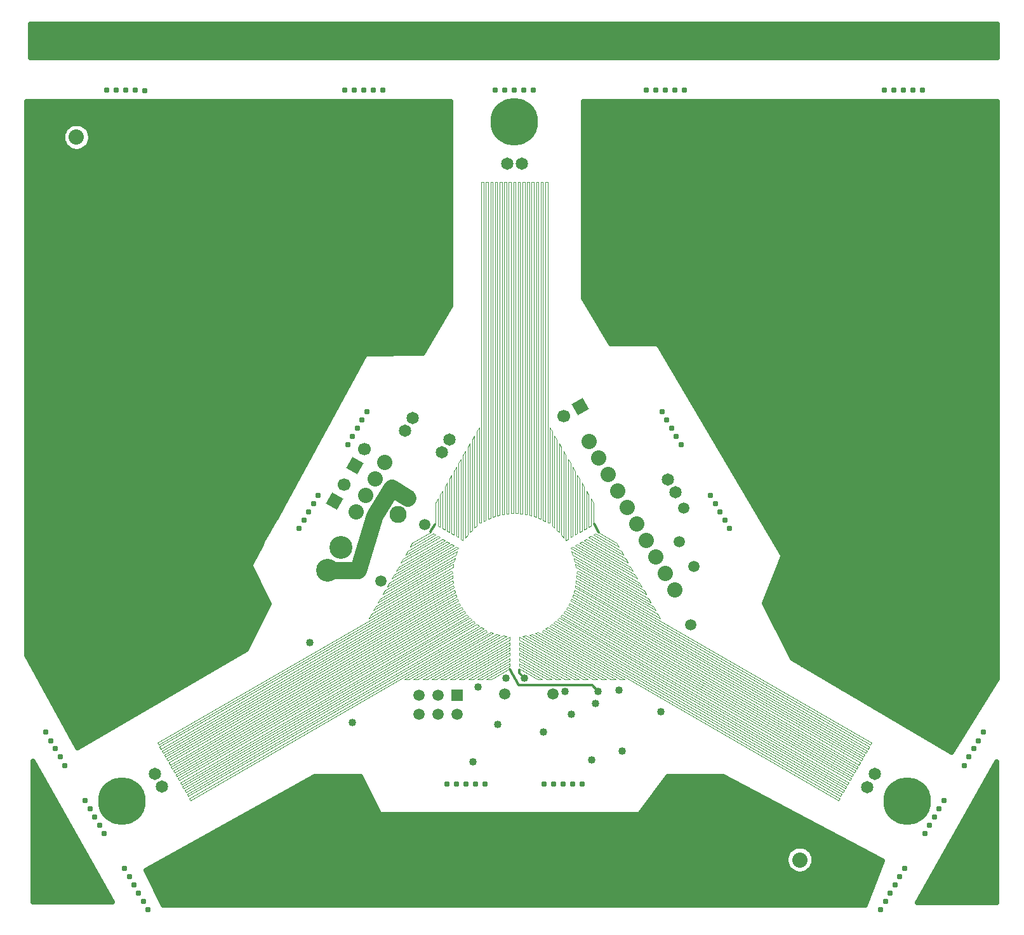
<source format=gbr>
G04 DipTrace 3.0.0.2*
G04 Inner2.gbr*
%MOIN*%
G04 #@! TF.FileFunction,Copper,L3,Inr*
G04 #@! TF.Part,Single*
%AMOUTLINE6*5,1,4,0,0,0.094653,-164.999604*%
%AMOUTLINE9*5,1,4,0,0,0.094653,-195.000396*%
G04 #@! TA.AperFunction,Conductor*
%ADD13C,0.012992*%
G04 #@! TA.AperFunction,ComponentPad*
%ADD16C,0.09*%
G04 #@! TA.AperFunction,CopperBalancing*
%ADD19C,0.025*%
G04 #@! TA.AperFunction,Nonconductor*
%ADD20C,0.004*%
G04 #@! TA.AperFunction,ComponentPad*
%ADD23C,0.12*%
%ADD24C,0.065*%
%ADD31C,0.066929*%
%ADD32R,0.059055X0.059055*%
%ADD33C,0.059055*%
%ADD38C,0.08*%
%ADD39C,0.25*%
%ADD40C,0.031*%
G04 #@! TA.AperFunction,ViaPad*
%ADD41C,0.04*%
%ADD43C,0.059*%
G04 #@! TA.AperFunction,ComponentPad*
%ADD104OUTLINE6*%
%ADD107OUTLINE9*%
%FSLAX26Y26*%
G04*
G70*
G90*
G75*
G01*
G04 Inner2*
%LPD*%
X3442699Y3400518D2*
D13*
X3410961Y3432257D1*
X3024756D1*
X2980664Y3514064D1*
X2466256Y4386479D2*
Y4390566D1*
X2442699Y4414122D1*
D16*
X2360699Y4467518D1*
X2269699Y4323518D1*
X2181396Y4035915D1*
X2022400Y4035924D1*
X2584832Y4276377D2*
D13*
X2563058Y4239361D1*
X3421459Y4278155D2*
X3447043Y4236783D1*
X3057411Y3467768D2*
X3028268Y3496911D1*
Y3512311D1*
D41*
X3154699Y3186518D3*
X3428655Y3336589D3*
X2916199Y3224018D3*
X2784972Y3030371D3*
X2153789Y3236600D3*
X3567699Y3084518D3*
X3553642Y3405332D3*
X3301169Y3280345D3*
X3442699Y3400518D3*
D43*
X3204505Y3385713D3*
X2952143Y3384962D3*
X2531699Y4276518D3*
D41*
X1928812Y3655306D3*
X3409699Y3040518D3*
D43*
X3927699Y3750518D3*
X2303699Y3980269D3*
X3891199Y4361518D3*
X3869949Y4186768D3*
X3944950Y4055518D3*
D41*
X3269699Y3400518D3*
X2960474Y3467768D3*
X3057411D3*
X3771699Y3291518D3*
X2813299Y3421727D3*
X3366738Y6475022D2*
D19*
X5536762D1*
X3366738Y6450154D2*
X5536762D1*
X3366738Y6425285D2*
X5536762D1*
X3366738Y6400416D2*
X5536762D1*
X3366738Y6375547D2*
X5536762D1*
X3366738Y6350678D2*
X5536762D1*
X3366738Y6325810D2*
X5536762D1*
X3366738Y6300941D2*
X5536762D1*
X3366738Y6276072D2*
X5536762D1*
X3366738Y6251203D2*
X5536762D1*
X3366738Y6226335D2*
X5536762D1*
X3366738Y6201466D2*
X5536762D1*
X3366738Y6176597D2*
X5536762D1*
X3366738Y6151728D2*
X5536762D1*
X3366738Y6126860D2*
X5536762D1*
X3366738Y6101991D2*
X5536762D1*
X3366738Y6077122D2*
X5536762D1*
X3366738Y6052253D2*
X5536762D1*
X3366738Y6027385D2*
X5536762D1*
X3366738Y6002516D2*
X5536762D1*
X3366738Y5977647D2*
X5536762D1*
X3366738Y5952778D2*
X5536762D1*
X3366738Y5927909D2*
X5536762D1*
X3366738Y5903041D2*
X5536762D1*
X3366738Y5878172D2*
X5536762D1*
X3366738Y5853303D2*
X5536762D1*
X3366738Y5828434D2*
X5536762D1*
X3366738Y5803566D2*
X5536762D1*
X3366738Y5778697D2*
X5536762D1*
X3366738Y5753828D2*
X5536762D1*
X3366738Y5728959D2*
X5536762D1*
X3366738Y5704091D2*
X5536762D1*
X3366738Y5679222D2*
X5536762D1*
X3366738Y5654353D2*
X5536762D1*
X3366738Y5629484D2*
X5536762D1*
X3366738Y5604615D2*
X5536762D1*
X3366738Y5579747D2*
X5536762D1*
X3366738Y5554878D2*
X5536762D1*
X3366738Y5530009D2*
X5536762D1*
X3366738Y5505140D2*
X5536762D1*
X3366738Y5480272D2*
X5536762D1*
X3373012Y5455403D2*
X5536762D1*
X3387953Y5430534D2*
X5536762D1*
X3402846Y5405665D2*
X5536762D1*
X3417787Y5380797D2*
X5536762D1*
X3432680Y5355928D2*
X5536762D1*
X3447621Y5331059D2*
X5536762D1*
X3462514Y5306190D2*
X5536762D1*
X3477455Y5281322D2*
X5536762D1*
X3492396Y5256453D2*
X5536762D1*
X3507289Y5231584D2*
X5536762D1*
X3772133Y5206715D2*
X5536762D1*
X3786781Y5181846D2*
X5536762D1*
X3801479Y5156978D2*
X5536762D1*
X3816176Y5132109D2*
X5536762D1*
X3830873Y5107240D2*
X5536762D1*
X3845571Y5082371D2*
X5536762D1*
X3860268Y5057503D2*
X5536762D1*
X3874965Y5032634D2*
X5536762D1*
X3889663Y5007765D2*
X5536762D1*
X3904360Y4982896D2*
X5536762D1*
X3919056Y4958028D2*
X5536762D1*
X3933755Y4933159D2*
X5536762D1*
X3948451Y4908290D2*
X5536762D1*
X3963148Y4883421D2*
X5536762D1*
X3977846Y4858552D2*
X5536762D1*
X3992543Y4833684D2*
X5536762D1*
X4007240Y4808815D2*
X5536762D1*
X4021938Y4783946D2*
X5536762D1*
X4036635Y4759077D2*
X5536762D1*
X4051332Y4734209D2*
X5536762D1*
X4066029Y4709340D2*
X5536762D1*
X4080727Y4684471D2*
X5536762D1*
X4095424Y4659602D2*
X5536762D1*
X4110121Y4634734D2*
X5536762D1*
X4124819Y4609865D2*
X5536762D1*
X4139467Y4584996D2*
X5536762D1*
X4154164Y4560127D2*
X5536762D1*
X4168862Y4535259D2*
X5536762D1*
X4183559Y4510390D2*
X5536762D1*
X4198256Y4485521D2*
X5536762D1*
X4212953Y4460652D2*
X5536762D1*
X4227651Y4435783D2*
X5536762D1*
X4242348Y4410915D2*
X5536762D1*
X4257045Y4386046D2*
X5536762D1*
X4271743Y4361177D2*
X5536762D1*
X4286440Y4336308D2*
X5536762D1*
X4301136Y4311440D2*
X5536762D1*
X4315835Y4286571D2*
X5536762D1*
X4330531Y4261702D2*
X5536762D1*
X4345228Y4236833D2*
X5536762D1*
X4359927Y4211965D2*
X5536762D1*
X4374623Y4187096D2*
X5536762D1*
X4389320Y4162227D2*
X5536762D1*
X4404018Y4137358D2*
X5536762D1*
X4417739Y4112490D2*
X5536762D1*
X4407778Y4087621D2*
X5536762D1*
X4397865Y4062752D2*
X5536762D1*
X4387904Y4037883D2*
X5536762D1*
X4377944Y4013014D2*
X5536762D1*
X4367983Y3988146D2*
X5536762D1*
X4358071Y3963277D2*
X5536762D1*
X4348110Y3938408D2*
X5536762D1*
X4338148Y3913539D2*
X5536762D1*
X4328236Y3888671D2*
X5536762D1*
X4318276Y3863802D2*
X5536762D1*
X4329946Y3838933D2*
X5536762D1*
X4342396Y3814064D2*
X5536762D1*
X4354799Y3789196D2*
X5536762D1*
X4367251Y3764327D2*
X5536762D1*
X4379701Y3739458D2*
X5536762D1*
X4392104Y3714589D2*
X5536762D1*
X4404555Y3689720D2*
X5536762D1*
X4417007Y3664852D2*
X5536762D1*
X4429408Y3639983D2*
X5536762D1*
X4441860Y3615114D2*
X5536762D1*
X4454262Y3590245D2*
X5536762D1*
X4473793Y3565377D2*
X5536762D1*
X4516079Y3540508D2*
X5536762D1*
X4558364Y3515639D2*
X5536762D1*
X4600648Y3490770D2*
X5536762D1*
X4642934Y3465902D2*
X5536713D1*
X4685219Y3441033D2*
X5521136D1*
X4727455Y3416164D2*
X5505610D1*
X4769740Y3391295D2*
X5490083D1*
X4812026Y3366427D2*
X5474507D1*
X4854311Y3341558D2*
X5458979D1*
X4896596Y3316689D2*
X5443451D1*
X4938881Y3291820D2*
X5427875D1*
X4981117Y3266951D2*
X5412348D1*
X5023403Y3242083D2*
X5396820D1*
X5065688Y3217214D2*
X5381244D1*
X5107972Y3192345D2*
X5365717D1*
X5150259Y3167476D2*
X5350190D1*
X5192543Y3142608D2*
X5334613D1*
X5234780Y3117739D2*
X5319087D1*
X5277064Y3092870D2*
X5303559D1*
X5526738Y6499891D2*
X3364238D1*
Y5465858D1*
X3508841Y5224848D1*
X3753693Y5224738D1*
X3757412Y5223529D1*
X3760576Y5221230D1*
X3762499Y5218751D1*
X4413361Y4116988D1*
X4414213Y4113172D1*
X4413844Y4109278D1*
X4394774Y4061325D1*
X4315412Y3862920D1*
X4461262Y3571291D1*
X5297577Y3079340D1*
X5539252Y3466000D1*
X5539238Y6499891D1*
X5526738D1*
X445554Y6472996D2*
X2665579D1*
X445554Y6448127D2*
X2665579D1*
X445554Y6423259D2*
X2665579D1*
X445554Y6398390D2*
X2665579D1*
X445554Y6373521D2*
X665480D1*
X745627D2*
X2665579D1*
X445554Y6348652D2*
X640335D1*
X770773D2*
X2665579D1*
X445554Y6323783D2*
X630812D1*
X780295D2*
X2665579D1*
X445554Y6298915D2*
X630471D1*
X780636D2*
X2665579D1*
X445554Y6274046D2*
X639163D1*
X771945D2*
X2665579D1*
X445554Y6249177D2*
X662356D1*
X748752D2*
X2665579D1*
X445554Y6224308D2*
X2665579D1*
X445554Y6199440D2*
X2665579D1*
X445554Y6174571D2*
X2665579D1*
X445554Y6149702D2*
X2665579D1*
X445554Y6124833D2*
X2665579D1*
X445554Y6099965D2*
X2665579D1*
X445554Y6075096D2*
X2665579D1*
X445554Y6050227D2*
X2665579D1*
X445554Y6025358D2*
X2665579D1*
X445554Y6000490D2*
X2665579D1*
X445554Y5975621D2*
X2665579D1*
X445554Y5950752D2*
X2665579D1*
X445554Y5925883D2*
X2665579D1*
X445554Y5901014D2*
X2665579D1*
X445554Y5876146D2*
X2665579D1*
X445554Y5851277D2*
X2665579D1*
X445554Y5826408D2*
X2665579D1*
X445554Y5801539D2*
X2665579D1*
X445554Y5776671D2*
X2665579D1*
X445554Y5751802D2*
X2665579D1*
X445554Y5726933D2*
X2665579D1*
X445554Y5702064D2*
X2665579D1*
X445554Y5677196D2*
X2665579D1*
X445554Y5652327D2*
X2665579D1*
X445554Y5627458D2*
X2665579D1*
X445554Y5602589D2*
X2665579D1*
X445554Y5577720D2*
X2665579D1*
X445554Y5552852D2*
X2665579D1*
X445554Y5527983D2*
X2665579D1*
X445554Y5503114D2*
X2665579D1*
X445554Y5478245D2*
X2665579D1*
X445554Y5453377D2*
X2665579D1*
X445554Y5428508D2*
X2665579D1*
X445554Y5403639D2*
X2653079D1*
X445554Y5378770D2*
X2638723D1*
X445554Y5353902D2*
X2624367D1*
X445554Y5329033D2*
X2610012D1*
X445554Y5304164D2*
X2595656D1*
X445554Y5279295D2*
X2581301D1*
X445554Y5254427D2*
X2566945D1*
X445554Y5229558D2*
X2552591D1*
X445554Y5204689D2*
X2538235D1*
X445554Y5179820D2*
X2523879D1*
X445554Y5154951D2*
X2210843D1*
X445554Y5130083D2*
X2197316D1*
X445554Y5105214D2*
X2183743D1*
X445554Y5080345D2*
X2170168D1*
X445554Y5055476D2*
X2156594D1*
X445554Y5030608D2*
X2143020D1*
X445554Y5005739D2*
X2129495D1*
X445554Y4980870D2*
X2115920D1*
X445554Y4956001D2*
X2102345D1*
X445554Y4931133D2*
X2088772D1*
X445554Y4906264D2*
X2075197D1*
X445554Y4881395D2*
X2061672D1*
X445554Y4856526D2*
X2048097D1*
X445554Y4831657D2*
X2034524D1*
X445554Y4806789D2*
X2020949D1*
X445554Y4781920D2*
X2007375D1*
X445554Y4757051D2*
X1993849D1*
X445554Y4732182D2*
X1980276D1*
X445554Y4707314D2*
X1966701D1*
X445554Y4682445D2*
X1953127D1*
X445554Y4657576D2*
X1939552D1*
X445554Y4632707D2*
X1925979D1*
X445554Y4607839D2*
X1912453D1*
X445554Y4582970D2*
X1898879D1*
X445554Y4558101D2*
X1885304D1*
X445554Y4533232D2*
X1871731D1*
X445554Y4508364D2*
X1858156D1*
X445554Y4483495D2*
X1844631D1*
X445554Y4458626D2*
X1831056D1*
X445554Y4433757D2*
X1817483D1*
X445554Y4408888D2*
X1803908D1*
X445554Y4384020D2*
X1790335D1*
X445554Y4359151D2*
X1776808D1*
X445554Y4334282D2*
X1763235D1*
X445554Y4309413D2*
X1749367D1*
X445554Y4284545D2*
X1734231D1*
X445554Y4259676D2*
X1719875D1*
X445554Y4234807D2*
X1705520D1*
X445554Y4209938D2*
X1691164D1*
X445554Y4185070D2*
X1678664D1*
X445554Y4160201D2*
X1668264D1*
X445554Y4135332D2*
X1654689D1*
X445554Y4110463D2*
X1641164D1*
X445554Y4085594D2*
X1627591D1*
X445554Y4060726D2*
X1614016D1*
X445554Y4035857D2*
X1626320D1*
X445554Y4010988D2*
X1638772D1*
X445554Y3986119D2*
X1651223D1*
X445554Y3961251D2*
X1663625D1*
X445554Y3936382D2*
X1676076D1*
X445554Y3911513D2*
X1688528D1*
X445554Y3886644D2*
X1700929D1*
X445554Y3861776D2*
X1713381D1*
X445554Y3836907D2*
X1702345D1*
X445554Y3812038D2*
X1689895D1*
X445554Y3787169D2*
X1677492D1*
X445554Y3762301D2*
X1665041D1*
X445554Y3737432D2*
X1652591D1*
X445554Y3712563D2*
X1640188D1*
X445554Y3687694D2*
X1627736D1*
X445554Y3662825D2*
X1615285D1*
X445554Y3637957D2*
X1602883D1*
X445554Y3613088D2*
X1582912D1*
X445773Y3588219D2*
X1540285D1*
X459445Y3563350D2*
X1497659D1*
X473117Y3538482D2*
X1455031D1*
X486789Y3513613D2*
X1412404D1*
X500461Y3488744D2*
X1369777D1*
X514133Y3463875D2*
X1327101D1*
X527804Y3439007D2*
X1284475D1*
X541476Y3414138D2*
X1241848D1*
X555148Y3389269D2*
X1199220D1*
X568869Y3364400D2*
X1156594D1*
X582541Y3339531D2*
X1113967D1*
X596213Y3314663D2*
X1071340D1*
X609885Y3289794D2*
X1028713D1*
X623556Y3264925D2*
X986087D1*
X637228Y3240056D2*
X943411D1*
X650900Y3215188D2*
X900783D1*
X664572Y3190319D2*
X858156D1*
X678293Y3165450D2*
X815529D1*
X691965Y3140581D2*
X772903D1*
X705636Y3115713D2*
X730276D1*
X778827Y6304598D2*
X777024Y6293206D1*
X773459Y6282238D1*
X768223Y6271961D1*
X761444Y6262630D1*
X753289Y6254475D1*
X743958Y6247696D1*
X733681Y6242459D1*
X722713Y6238895D1*
X711320Y6237092D1*
X699787D1*
X688395Y6238895D1*
X677427Y6242459D1*
X667150Y6247696D1*
X657819Y6254475D1*
X649664Y6262630D1*
X642885Y6271961D1*
X637648Y6282238D1*
X634084Y6293206D1*
X632281Y6304598D1*
Y6316131D1*
X634084Y6327524D1*
X637648Y6338492D1*
X642885Y6348769D1*
X649664Y6358100D1*
X657819Y6366255D1*
X667150Y6373034D1*
X677427Y6378270D1*
X688395Y6381835D1*
X699787Y6383638D1*
X711320D1*
X722713Y6381835D1*
X733681Y6378270D1*
X743958Y6373034D1*
X753289Y6366255D1*
X761444Y6358100D1*
X768223Y6348769D1*
X773459Y6338492D1*
X777024Y6327524D1*
X778827Y6316131D1*
Y6304598D1*
X1699654Y4220365D2*
X1747261Y4302643D1*
X1752163Y4309811D1*
X1787178Y4373614D1*
X2220651Y5167993D1*
X2223493Y5170680D1*
X2227026Y5172357D1*
X2231024Y5172852D1*
X2363513Y5172865D1*
X2377185Y5174510D1*
X2397438Y5175354D1*
X2523816D1*
X2668052Y5425241D1*
X2668054Y6497865D1*
X443054D1*
Y3588538D1*
X710350Y3102581D1*
X1596070Y3619303D1*
X1716593Y3860394D1*
X1618636Y4056592D1*
X1618054Y4060459D1*
X1618696Y4064318D1*
X1625566Y4077324D1*
X1673147Y4164556D1*
X1675392Y4171203D1*
X1684008Y4191579D1*
X1693404Y4209539D1*
X1699654Y4220365D1*
X1913745Y2926358D2*
X2204986D1*
X3792896D2*
X4144147D1*
X1868971Y2901490D2*
X2217437D1*
X3774244D2*
X4191119D1*
X1824244Y2876621D2*
X2229840D1*
X3755592D2*
X4238092D1*
X1779469Y2851752D2*
X2242291D1*
X3736940D2*
X4285064D1*
X1734693Y2826883D2*
X2254741D1*
X3718287D2*
X4332037D1*
X1689917Y2802014D2*
X2267144D1*
X3699635D2*
X4379009D1*
X1645192Y2777146D2*
X2279596D1*
X3680983D2*
X4425983D1*
X1600416Y2752277D2*
X2292047D1*
X3662329D2*
X4472955D1*
X1555640Y2727408D2*
X4519928D1*
X1510865Y2702539D2*
X4566900D1*
X1466089Y2677671D2*
X4613873D1*
X1421364Y2652802D2*
X4660845D1*
X1376588Y2627933D2*
X4707818D1*
X1331812Y2603064D2*
X4754791D1*
X1287037Y2578196D2*
X4464996D1*
X4540552D2*
X4801764D1*
X1242311Y2553327D2*
X4438336D1*
X4567213D2*
X4848736D1*
X1197535Y2528458D2*
X4428277D1*
X4577272D2*
X4895757D1*
X1152760Y2503589D2*
X4427496D1*
X4578052D2*
X4932769D1*
X1107984Y2478720D2*
X4435650D1*
X4569899D2*
X4922808D1*
X1074196Y2453852D2*
X4457623D1*
X4547925D2*
X4912848D1*
X1086597Y2428983D2*
X4902936D1*
X1099049Y2404114D2*
X4892975D1*
X1111500Y2379245D2*
X4883013D1*
X1123902Y2354377D2*
X4873052D1*
X1136353Y2329508D2*
X4863140D1*
X1148804Y2304639D2*
X4853180D1*
X1161207Y2279770D2*
X4843219D1*
X4576047Y2507961D2*
X4574244Y2496568D1*
X4570680Y2485600D1*
X4565444Y2475323D1*
X4558664Y2465992D1*
X4550509Y2457837D1*
X4541178Y2451058D1*
X4530902Y2445822D1*
X4519933Y2442257D1*
X4508541Y2440454D1*
X4497008D1*
X4485615Y2442257D1*
X4474647Y2445822D1*
X4464370Y2451058D1*
X4455039Y2457837D1*
X4446885Y2465992D1*
X4440105Y2475323D1*
X4434869Y2485600D1*
X4431304Y2496568D1*
X4429501Y2507961D1*
Y2519493D1*
X4431304Y2530886D1*
X4434869Y2541854D1*
X4440105Y2552131D1*
X4446885Y2561462D1*
X4455039Y2569617D1*
X4464370Y2576396D1*
X4474647Y2581633D1*
X4485615Y2585197D1*
X4497008Y2587000D1*
X4508541D1*
X4519933Y2585197D1*
X4530902Y2581633D1*
X4541178Y2576396D1*
X4550509Y2569617D1*
X4558664Y2561462D1*
X4565444Y2552131D1*
X4570680Y2541854D1*
X4574244Y2530886D1*
X4576047Y2519493D1*
Y2507961D1*
X1069304Y2458617D2*
X1160521Y2276186D1*
X4844327Y2276227D1*
X4937008Y2507969D1*
X4099648Y2951239D1*
X3808975Y2951227D1*
X3661478Y2754755D1*
X3658280Y2752504D1*
X3654542Y2751353D1*
X3615274Y2751227D1*
X2300819Y2751381D1*
X2297100Y2752589D1*
X2293936Y2754888D1*
X2291469Y2758417D1*
X2195028Y2951268D1*
X1955948Y2951227D1*
X1069278Y2458597D1*
X477618Y2992302D2*
X494761D1*
X477618Y2967433D2*
X508776D1*
X477618Y2942564D2*
X522740D1*
X477618Y2917696D2*
X536753D1*
X477618Y2892827D2*
X550719D1*
X477618Y2867958D2*
X564732D1*
X477618Y2843089D2*
X578697D1*
X477618Y2818220D2*
X592711D1*
X477618Y2793352D2*
X606676D1*
X477618Y2768483D2*
X620689D1*
X477618Y2743614D2*
X634655D1*
X477618Y2718745D2*
X648668D1*
X477618Y2693877D2*
X662633D1*
X477618Y2669008D2*
X676647D1*
X477618Y2644139D2*
X690612D1*
X477618Y2619270D2*
X704625D1*
X477618Y2594402D2*
X718589D1*
X477618Y2569533D2*
X732604D1*
X477618Y2544664D2*
X746568D1*
X477618Y2519795D2*
X760581D1*
X477618Y2494927D2*
X774547D1*
X477618Y2470058D2*
X788512D1*
X477618Y2445189D2*
X802525D1*
X477618Y2420320D2*
X816491D1*
X477618Y2395451D2*
X830504D1*
X477618Y2370583D2*
X844469D1*
X477618Y2345714D2*
X858483D1*
X477618Y2320845D2*
X872448D1*
X477618Y2295976D2*
X886461D1*
X475118Y3031703D2*
Y2291908D1*
X891281D1*
X475114Y3031696D1*
X5515497Y2988528D2*
X5532665D1*
X5501483Y2963659D2*
X5532665D1*
X5487518Y2938790D2*
X5532665D1*
X5473505Y2913921D2*
X5532665D1*
X5459539Y2889052D2*
X5532665D1*
X5445526Y2864184D2*
X5532665D1*
X5431562Y2839315D2*
X5532665D1*
X5417547Y2814446D2*
X5532665D1*
X5403583Y2789577D2*
X5532665D1*
X5389570Y2764709D2*
X5532665D1*
X5375604Y2739840D2*
X5532665D1*
X5361591Y2714971D2*
X5532665D1*
X5347626Y2690102D2*
X5532665D1*
X5333612Y2665234D2*
X5532665D1*
X5319647Y2640365D2*
X5532665D1*
X5305634Y2615496D2*
X5532665D1*
X5291669Y2590627D2*
X5532665D1*
X5277655Y2565759D2*
X5532665D1*
X5263690Y2540890D2*
X5532665D1*
X5249677Y2516021D2*
X5532665D1*
X5235711Y2491152D2*
X5532665D1*
X5221747Y2466283D2*
X5532665D1*
X5207734Y2441415D2*
X5532665D1*
X5193768Y2416546D2*
X5532665D1*
X5179755Y2391677D2*
X5532665D1*
X5165790Y2366808D2*
X5532665D1*
X5151776Y2341940D2*
X5532665D1*
X5137811Y2317071D2*
X5532665D1*
X5123798Y2292202D2*
X5532665D1*
X5535140Y2300634D2*
Y3027929D1*
X5119000Y2288109D1*
X5535140Y2288134D1*
Y2300634D1*
X465344Y6879572D2*
X5535369D1*
X465344Y6854703D2*
X5535369D1*
X465344Y6829835D2*
X5535369D1*
X465344Y6804966D2*
X5535369D1*
X465344Y6780097D2*
X5535369D1*
X465344Y6755228D2*
X5535369D1*
X465344Y6730360D2*
X5535369D1*
X462844Y6891941D2*
Y6729441D1*
X5537844D1*
Y6904441D1*
X462844D1*
Y6891941D1*
D24*
X3808699Y4513518D3*
X3848070Y4445327D3*
D104*
X2166287Y4586458D3*
D31*
X2216287Y4673060D3*
D104*
X2059950Y4399018D3*
D31*
X2109950Y4485621D3*
D107*
X3347698Y4896517D3*
D31*
X3261096Y4846517D3*
D16*
X2392699Y4327518D3*
X2442699Y4414121D3*
D32*
X2703699Y3380269D3*
D33*
Y3280269D3*
X2603699Y3380269D3*
Y3280269D3*
X2503699Y3380269D3*
Y3280269D3*
D23*
X2091301Y4155262D3*
X2022400Y4035924D3*
D24*
X2468059Y4835769D3*
X2428689Y4767577D3*
X2661808Y4723269D3*
X2622438Y4655077D3*
X2964778Y6171303D3*
X3043518D3*
X1153764Y2897728D3*
X1114394Y2965920D3*
X4894631Y2965371D3*
X4855261Y2897180D3*
D38*
X3394699Y4712518D3*
X3444699Y4625916D3*
X3494699Y4539314D3*
X3544699Y4452711D3*
X3594699Y4366109D3*
X3644699Y4279507D3*
X3694699Y4192904D3*
X3744699Y4106302D3*
X3794699Y4019698D3*
X3844699Y3933096D3*
X2171199Y4343518D3*
X2221416Y4429995D3*
X2271416Y4516598D3*
X2321416Y4603201D3*
D39*
X3003699Y6392518D3*
X5065699Y2821518D3*
X942699D3*
D38*
X703699Y6311518D3*
X4503699Y2511518D3*
D40*
X862699Y6557518D3*
X913199Y6558018D3*
X963199D3*
X1012699D3*
X1063199Y6557018D3*
X2112699Y6557518D3*
X2163699D3*
X2213199D3*
X2263199Y6558018D3*
X2312699D3*
X2903699D3*
X2953699D3*
X3003699D3*
X3053699D3*
X3103699D3*
X3694199Y6557518D3*
X3744199Y6558018D3*
X3795199D3*
X3844699D3*
X3895199Y6557518D3*
X4944699D3*
X4994699D3*
X5044699D3*
X5094699Y6558518D3*
X5145699Y6557518D3*
X5464699Y3184018D3*
X5439699Y3140518D3*
X5364699Y3010518D3*
X5389699Y3054018D3*
X5414699Y3097518D3*
X5258199Y2826518D3*
X5233199Y2783018D3*
X5158199Y2653018D3*
X5183199Y2696518D3*
X5208199Y2740018D3*
X5026199Y2425018D3*
X5001199Y2381518D3*
X4926199Y2251518D3*
X4951199Y2295018D3*
X4976199Y2338518D3*
X5051199Y2469518D3*
X1080699Y2251518D3*
X1055699Y2295018D3*
X1030699Y2338518D3*
X955699Y2469018D3*
X981199Y2425018D3*
X1005699Y2381518D3*
X849199Y2653018D3*
X824199Y2696518D3*
X799199Y2740018D3*
X749199Y2826018D3*
X774199Y2783018D3*
X642699Y3010518D3*
X617699Y3054018D3*
X592699Y3097518D3*
X543199Y3184018D3*
X567699Y3140518D3*
X3158699Y2912518D3*
X3208699D3*
X3258699D3*
X3308699D3*
X3358699D3*
X2648699Y2912018D3*
X2698699Y2912518D3*
X2748699D3*
X2798699D3*
X2848699D3*
X3778699Y4870018D3*
X3803699Y4826518D3*
X3828699Y4783518D3*
X3853699Y4740018D3*
X3879199Y4696518D3*
X4033699Y4428018D3*
X4058699Y4385018D3*
X4083699Y4341518D3*
X4108699Y4298018D3*
X4133699Y4254518D3*
X2228699Y4870018D3*
X2203199Y4826518D3*
X2178699Y4783518D3*
X2153699Y4740018D3*
X2128699Y4696518D3*
X1973699Y4428018D3*
X1948699Y4384518D3*
X1923699Y4341518D3*
X1898699Y4298518D3*
X1873699Y4255018D3*
X3009699Y4334710D2*
D20*
Y6074822D1*
X3021699Y4334266D2*
Y6074822D1*
X3033699Y4333377D2*
Y6074822D1*
X3045699Y4332039D2*
Y6074822D1*
X3057699Y4330245D2*
Y6074822D1*
X3069699Y4327990D2*
Y6074822D1*
X3081699Y4325261D2*
Y6074822D1*
X3093699Y4322047D2*
Y6074822D1*
X3105699Y4318335D2*
Y6074822D1*
X3117699Y4314102D2*
Y6074822D1*
X3129699Y4309331D2*
Y6074822D1*
X3141699Y4303992D2*
Y6074822D1*
X3153699Y4298055D2*
Y6074822D1*
X3165699Y4291482D2*
Y6074822D1*
X2997699Y4334710D2*
Y6074822D1*
X2985699Y4334266D2*
Y6074822D1*
X2973699Y4333377D2*
Y6074822D1*
X2961699Y4332039D2*
Y6074822D1*
X2949699Y4330245D2*
Y6074822D1*
X2937699Y4327990D2*
Y6074822D1*
X2925699Y4325261D2*
Y6074822D1*
X2913699Y4322047D2*
Y6074822D1*
X2901699Y4318335D2*
Y6074822D1*
X2889699Y4314102D2*
Y6074822D1*
X2877699Y4309331D2*
Y6074822D1*
X2865699Y4303992D2*
Y6074822D1*
X2853699Y4298055D2*
Y6074822D1*
X2841699Y4291482D2*
Y6074822D1*
X2829699Y4284227D2*
Y6074822D1*
X2841699D1*
X2853699D2*
X2865699D1*
X2877699D2*
X2889699D1*
X2901699D2*
X2913699D1*
X2925699D2*
X2937699D1*
X2949699D2*
X2961699D1*
X2973699D2*
X2985699D1*
X2997699D2*
X3009699D1*
X3021699D2*
X3033699D1*
X3045699D2*
X3057699D1*
X3069699D2*
X3081699D1*
X3093699D2*
X3105699D1*
X3117699D2*
X3129699D1*
X3141699D2*
X3153699D1*
X3165699D2*
X3177699D1*
X3165699Y4291482D2*
X3153699Y4298055D1*
X3141699Y4303992D2*
X3129699Y4309331D1*
X3117699Y4314102D2*
X3105699Y4318335D1*
X3093699Y4322047D2*
X3081699Y4325261D1*
X3069699Y4327990D2*
X3057699Y4330245D1*
X3045699Y4332039D2*
X3033699Y4333377D1*
X3021699Y4334266D2*
X3009699Y4334710D1*
X2997699D2*
X2985699Y4334266D1*
X2973699Y4333377D2*
X2961699Y4332039D1*
X2949699Y4330245D2*
X2937699Y4327990D1*
X2841699Y4291482D2*
X2853699Y4298055D1*
X2865699Y4303992D2*
X2877699Y4309331D1*
X2889699Y4314102D2*
X2901699Y4318335D1*
X2913699Y4322047D2*
X2925699Y4325261D1*
X2817699Y4284227D2*
Y4785383D1*
X2805699Y4267437D2*
Y4764598D1*
X2793699Y4257747D2*
Y4743814D1*
X2781699Y4247055D2*
Y4723029D1*
X2769699Y4235220D2*
Y4702244D1*
X2757699Y4222050D2*
Y4681461D1*
X2745699Y4207277D2*
Y4660676D1*
X2733699Y4193560D2*
Y4639891D1*
X2721699Y4200488D2*
Y4619106D1*
X2709699Y4207417D2*
Y4598322D1*
X2697699Y4214345D2*
Y4577537D1*
X2685699Y4221273D2*
Y4556752D1*
X2673699Y4228202D2*
Y4535967D1*
X2661699Y4235130D2*
Y4515184D1*
X2649699Y4242058D2*
Y4494399D1*
X2637699Y4248986D2*
Y4473614D1*
X2625699Y4255915D2*
Y4452829D1*
X2613699Y4262843D2*
Y4432045D1*
X2601699Y4269770D2*
Y4411260D1*
X2589699Y4276699D2*
Y4390475D1*
X2829699Y4284227D2*
X2817699D1*
Y4785383D2*
X2805699Y4764598D1*
X2793699Y4743814D2*
X2781699Y4723029D1*
X2769699Y4702244D2*
X2757699Y4681461D1*
X2745699Y4660676D2*
X2733699Y4639891D1*
X2721699Y4619106D2*
X2709699Y4598322D1*
X2697699Y4577537D2*
X2685699Y4556752D1*
X2673699Y4535967D2*
X2661699Y4515184D1*
X2649699Y4494399D2*
X2637699Y4473614D1*
X2625699Y4452829D2*
X2613699Y4432045D1*
X2601699Y4411260D2*
X2589699Y4390475D1*
X2733699Y4193560D2*
X2721699Y4200488D1*
X2709699Y4207417D2*
X2697699Y4214345D1*
X2685699Y4221273D2*
X2673699Y4228202D1*
X2661699Y4235130D2*
X2649699Y4242058D1*
X2637699Y4248986D2*
X2625699Y4255915D1*
X2613699Y4262843D2*
X2601699Y4269770D1*
X3177699Y4284227D2*
Y6074822D1*
X3189699Y4284227D2*
Y4785383D1*
X3201699Y4267437D2*
Y4764598D1*
X3213699Y4257747D2*
Y4743814D1*
X3225699Y4247055D2*
Y4723029D1*
X3237699Y4235220D2*
Y4702244D1*
X3249699Y4222050D2*
Y4681461D1*
X3261699Y4207277D2*
Y4660676D1*
X3273699Y4193560D2*
Y4639891D1*
X3285699Y4200488D2*
Y4619106D1*
X3297699Y4207417D2*
Y4598322D1*
X3309699Y4214345D2*
Y4577537D1*
X3321699Y4221273D2*
Y4556752D1*
X3333699Y4228202D2*
Y4535967D1*
X3345699Y4235130D2*
Y4515184D1*
X3357699Y4242058D2*
Y4494399D1*
X3369699Y4248986D2*
Y4473614D1*
X3381699Y4255915D2*
Y4452829D1*
X3393699Y4262843D2*
Y4432045D1*
X3405699Y4269770D2*
Y4411260D1*
X3417699Y4276699D2*
Y4390018D1*
X3177699Y4284227D2*
X3189699D1*
Y4785383D2*
X3201699Y4764598D1*
X3213699Y4743814D2*
X3225699Y4723029D1*
X3237699Y4702244D2*
X3249699Y4681461D1*
X3261699Y4660676D2*
X3273699Y4639891D1*
X3285699Y4619106D2*
X3297699Y4598322D1*
X3309699Y4577537D2*
X3321699Y4556752D1*
X3333699Y4535967D2*
X3345699Y4515184D1*
X3357699Y4494399D2*
X3369699Y4473614D1*
X3381699Y4452829D2*
X3393699Y4432045D1*
X3405699Y4411260D2*
X3417699Y4390475D1*
X3273699Y4193560D2*
X3285699Y4200488D1*
X3297699Y4207417D2*
X3309699Y4214345D1*
X3321699Y4221273D2*
X3333699Y4228202D1*
X3345699Y4235130D2*
X3357699Y4242058D1*
X3369699Y4248986D2*
X3381699Y4255915D1*
X3393699Y4262843D2*
X3405699Y4269770D1*
X2745699Y4207277D2*
X2757699Y4222050D1*
X2769699Y4235220D2*
X2781699Y4247055D1*
X2793699Y4257747D2*
X2805699Y4267437D1*
X3201699D2*
X3213699Y4257747D1*
X3225699Y4247055D2*
X3237699Y4235220D1*
X3249699Y4222050D2*
X3261699Y4207277D1*
X2719461Y3852786D2*
X1212480Y2982731D1*
X2713845Y3863400D2*
X1206480Y2993123D1*
X2708614Y3874238D2*
X1200480Y3003514D1*
X2703774Y3885298D2*
X1194480Y3013907D1*
X2699327Y3896588D2*
X1188480Y3024299D1*
X2695281Y3908108D2*
X1182480Y3034692D1*
X2691643Y3919865D2*
X1176480Y3045084D1*
X2688427Y3931864D2*
X1170480Y3055476D1*
X2685642Y3944113D2*
X1164480Y3065869D1*
X2683307Y3956621D2*
X1158480Y3076261D1*
X2681440Y3969399D2*
X1152480Y3086654D1*
X2680063Y3982461D2*
X1146480Y3097046D1*
X2679205Y3995822D2*
X1140480Y3107438D1*
X2678898Y4009500D2*
X1134480Y3117831D1*
X2725461Y3842394D2*
X1218480Y2972339D1*
X2731845Y3832223D2*
X1224480Y2961946D1*
X2738614Y3822276D2*
X1230480Y2951554D1*
X2745774Y3812552D2*
X1236480Y2941161D1*
X2753327Y3803056D2*
X1242480Y2930769D1*
X2761281Y3793793D2*
X1248480Y2920377D1*
X2769643Y3784764D2*
X1254480Y2909984D1*
X2778427Y3775979D2*
X1260480Y2899592D1*
X2787642Y3767444D2*
X1266480Y2889199D1*
X2797307Y3759167D2*
X1272480Y2878807D1*
X2807440Y3751160D2*
X1278480Y2868415D1*
X2818063Y3743437D2*
X1284480Y2858022D1*
X2829205Y3736013D2*
X1290480Y2847630D1*
X2840898Y3728908D2*
X1296480Y2837239D1*
X2853180Y3722143D2*
X1302480Y2826846D1*
X1296480Y2837239D1*
X1290480Y2847630D2*
X1284480Y2858022D1*
X1278480Y2868415D2*
X1272480Y2878807D1*
X1266480Y2889199D2*
X1260480Y2899592D1*
X1254480Y2909984D2*
X1248480Y2920377D1*
X1242480Y2930769D2*
X1236480Y2941161D1*
X1230480Y2951554D2*
X1224480Y2961946D1*
X1218480Y2972339D2*
X1212480Y2982731D1*
X1206480Y2993123D2*
X1200480Y3003514D1*
X1194480Y3013907D2*
X1188480Y3024299D1*
X1182480Y3034692D2*
X1176480Y3045084D1*
X1170480Y3055476D2*
X1164480Y3065869D1*
X1158480Y3076261D2*
X1152480Y3086654D1*
X1146480Y3097046D2*
X1140480Y3107438D1*
X1134480Y3117831D2*
X1128480Y3128223D1*
X2678898Y4009500D2*
X2679205Y3995822D1*
X2680063Y3982461D2*
X2681440Y3969399D1*
X2683307Y3956621D2*
X2685642Y3944113D1*
X2688427Y3931864D2*
X2691643Y3919865D1*
X2695281Y3908108D2*
X2699327Y3896588D1*
X2703774Y3885298D2*
X2708614Y3874238D1*
X2713845Y3863400D2*
X2719461Y3852786D1*
X2725461Y3842394D2*
X2731845Y3832223D1*
X2738614Y3822276D2*
X2745774Y3812552D1*
X2753327Y3803056D2*
X2761281Y3793793D1*
X2840898Y3728908D2*
X2829205Y3736013D1*
X2818063Y3743437D2*
X2807440Y3751160D1*
X2797307Y3759167D2*
X2787642Y3767444D1*
X2778427Y3775979D2*
X2769643Y3784764D1*
X2859180Y3711751D2*
X2425167Y3461172D1*
X2879720Y3709753D2*
X2449167Y3461172D1*
X2894113Y3704206D2*
X2473167Y3461172D1*
X2909371Y3699160D2*
X2497167Y3461172D1*
X2925621Y3694685D2*
X2521167Y3461172D1*
X2943028Y3690878D2*
X2545167Y3461172D1*
X2961822Y3687871D2*
X2569167Y3461172D1*
X2979699Y3684337D2*
X2593167Y3461172D1*
X2979699Y3670482D2*
X2617167Y3461172D1*
X2979699Y3656625D2*
X2641167Y3461172D1*
X2979699Y3642769D2*
X2665167Y3461172D1*
X2979699Y3628912D2*
X2689167Y3461172D1*
X2979699Y3615055D2*
X2713167Y3461172D1*
X2979699Y3601199D2*
X2737167Y3461172D1*
X2979699Y3587343D2*
X2761167Y3461172D1*
X2979699Y3573487D2*
X2785167Y3461172D1*
X2979699Y3559630D2*
X2809167Y3461172D1*
X2979699Y3545773D2*
X2833167Y3461172D1*
X2979699Y3531917D2*
X2857167Y3461172D1*
X2979699Y3518060D2*
X2881167Y3461172D1*
X2853180Y3722143D2*
X2859180Y3711751D1*
X2425167Y3461172D2*
X2449167D1*
X2473167D2*
X2497167D1*
X2521167D2*
X2545167D1*
X2569167D2*
X2593167D1*
X2617167D2*
X2641167D1*
X2665167D2*
X2689167D1*
X2713167D2*
X2737167D1*
X2761167D2*
X2785167D1*
X2809167D2*
X2833167D1*
X2857167D2*
X2881167D1*
X2979699Y3684337D2*
Y3670482D1*
Y3656625D2*
Y3642769D1*
Y3628912D2*
Y3615055D1*
Y3601199D2*
Y3587343D1*
Y3573487D2*
Y3559630D1*
Y3545773D2*
Y3531917D1*
X2679180Y4023520D2*
X1128480Y3128223D1*
X2673180Y4033912D2*
X2239167Y3783335D1*
X2681720Y4052699D2*
X2251167Y3804118D1*
X2684113Y4067937D2*
X2263167Y3824903D1*
X2687371Y4083675D2*
X2275167Y3845688D1*
X2691621Y4099984D2*
X2287167Y3866472D1*
X2697028Y4116962D2*
X2299167Y3887257D1*
X2703822Y4134741D2*
X2311167Y3908042D1*
X2709699Y4151991D2*
X2323167Y3928827D1*
X2697699Y4158920D2*
X2335167Y3949610D1*
X2685699Y4165848D2*
X2347167Y3970395D1*
X2673699Y4172776D2*
X2359167Y3991180D1*
X2661699Y4179705D2*
X2371167Y4011965D1*
X2649699Y4186633D2*
X2383167Y4032749D1*
X2637699Y4193560D2*
X2395167Y4053534D1*
X2625699Y4200488D2*
X2407167Y4074319D1*
X2613699Y4207417D2*
X2419167Y4095104D1*
X2601699Y4214345D2*
X2431167Y4115887D1*
X2589699Y4221273D2*
X2443167Y4136672D1*
X2577699Y4228202D2*
X2455167Y4157457D1*
X2565699Y4235130D2*
X2467167Y4178241D1*
X2679180Y4023520D2*
X2673180Y4033912D1*
X2239167Y3783335D2*
X2251167Y3804118D1*
X2263167Y3824903D2*
X2275167Y3845688D1*
X2287167Y3866472D2*
X2299167Y3887257D1*
X2311167Y3908042D2*
X2323167Y3928827D1*
X2335167Y3949610D2*
X2347167Y3970395D1*
X2359167Y3991180D2*
X2371167Y4011965D1*
X2383167Y4032749D2*
X2395167Y4053534D1*
X2407167Y4074319D2*
X2419167Y4095104D1*
X2431167Y4115887D2*
X2443167Y4136672D1*
X2455167Y4157457D2*
X2467167Y4178241D1*
X2709699Y4151991D2*
X2697699Y4158920D1*
X2685699Y4165848D2*
X2673699Y4172776D1*
X2661699Y4179705D2*
X2649699Y4186633D1*
X2637699Y4193560D2*
X2625699Y4200488D1*
X2613699Y4207417D2*
X2601699Y4214345D1*
X2589699Y4221273D2*
X2577699Y4228202D1*
X2961822Y3687871D2*
X2943028Y3690878D1*
X2925621Y3694685D2*
X2909371Y3699160D1*
X2894113Y3704206D2*
X2879720Y3709753D1*
X2681720Y4052699D2*
X2684113Y4067937D1*
X2687371Y4083675D2*
X2691621Y4099984D1*
X2697028Y4116962D2*
X2703822Y4134741D1*
X3281938Y3842394D2*
X4788919Y2972339D1*
X3275554Y3832223D2*
X4782919Y2961946D1*
X3268785Y3822276D2*
X4776919Y2951554D1*
X3261625Y3812552D2*
X4770919Y2941161D1*
X3254072Y3803056D2*
X4764919Y2930769D1*
X3246118Y3793793D2*
X4758919Y2920377D1*
X3237756Y3784764D2*
X4752919Y2909984D1*
X3228972Y3775979D2*
X4746919Y2899592D1*
X3219757Y3767444D2*
X4740919Y2889199D1*
X3210092Y3759167D2*
X4734919Y2878807D1*
X3199959Y3751160D2*
X4728919Y2868415D1*
X3189336Y3743437D2*
X4722919Y2858022D1*
X3178194Y3736013D2*
X4716919Y2847630D1*
X3166501Y3728908D2*
X4710919Y2837239D1*
X3287938Y3852786D2*
X4794919Y2982731D1*
X3293554Y3863400D2*
X4800919Y2993123D1*
X3298785Y3874238D2*
X4806919Y3003514D1*
X3303625Y3885298D2*
X4812919Y3013907D1*
X3308072Y3896588D2*
X4818919Y3024299D1*
X3312118Y3908108D2*
X4824919Y3034692D1*
X3315756Y3919865D2*
X4830919Y3045084D1*
X3318972Y3931864D2*
X4836919Y3055476D1*
X3321757Y3944113D2*
X4842919Y3065869D1*
X3324092Y3956621D2*
X4848919Y3076261D1*
X3325959Y3969399D2*
X4854919Y3086654D1*
X3327336Y3982461D2*
X4860919Y3097046D1*
X3328194Y3995822D2*
X4866919Y3107438D1*
X3328501Y4009500D2*
X4872919Y3117831D1*
X3328219Y4023520D2*
X4878919Y3128223D1*
X4872919Y3117831D1*
X4866919Y3107438D2*
X4860919Y3097046D1*
X4854919Y3086654D2*
X4848919Y3076261D1*
X4842919Y3065869D2*
X4836919Y3055476D1*
X4830919Y3045084D2*
X4824919Y3034692D1*
X4818919Y3024299D2*
X4812919Y3013907D1*
X4806919Y3003514D2*
X4800919Y2993123D1*
X4794919Y2982731D2*
X4788919Y2972339D1*
X4782919Y2961946D2*
X4776919Y2951554D1*
X4770919Y2941161D2*
X4764919Y2930769D1*
X4758919Y2920377D2*
X4752919Y2909984D1*
X4746919Y2899592D2*
X4740919Y2889199D1*
X4734919Y2878807D2*
X4728919Y2868415D1*
X4722919Y2858022D2*
X4716919Y2847630D1*
X4710919Y2837239D2*
X4704919Y2826846D1*
X3166501Y3728908D2*
X3178194Y3736013D1*
X3189336Y3743437D2*
X3199959Y3751160D1*
X3210092Y3759167D2*
X3219757Y3767444D1*
X3228972Y3775979D2*
X3237756Y3784764D1*
X3246118Y3793793D2*
X3254072Y3803056D1*
X3261625Y3812552D2*
X3268785Y3822276D1*
X3275554Y3832223D2*
X3281938Y3842394D1*
X3287938Y3852786D2*
X3293554Y3863400D1*
X3298785Y3874238D2*
X3303625Y3885298D1*
X3308072Y3896588D2*
X3312118Y3908108D1*
X3328501Y4009500D2*
X3328194Y3995822D1*
X3327336Y3982461D2*
X3325959Y3969399D1*
X3324092Y3956621D2*
X3321757Y3944113D1*
X3318972Y3931864D2*
X3315756Y3919865D1*
X3334219Y4033912D2*
X3768232Y3783335D1*
X3325678Y4052699D2*
X3756232Y3804118D1*
X3323286Y4067937D2*
X3744232Y3824903D1*
X3320028Y4083675D2*
X3732232Y3845688D1*
X3315778Y4099984D2*
X3720232Y3866472D1*
X3310371Y4116962D2*
X3708232Y3887257D1*
X3303577Y4134741D2*
X3696232Y3908042D1*
X3297699Y4151991D2*
X3684232Y3928827D1*
X3309699Y4158920D2*
X3672232Y3949610D1*
X3321699Y4165848D2*
X3660232Y3970395D1*
X3333699Y4172776D2*
X3648232Y3991180D1*
X3345699Y4179705D2*
X3636232Y4011965D1*
X3357699Y4186633D2*
X3624232Y4032749D1*
X3369699Y4193560D2*
X3612232Y4053534D1*
X3381699Y4200488D2*
X3600232Y4074319D1*
X3393699Y4207417D2*
X3588232Y4095104D1*
X3405699Y4214345D2*
X3576232Y4115887D1*
X3417699Y4221273D2*
X3564232Y4136672D1*
X3429699Y4228202D2*
X3552232Y4157457D1*
X3441699Y4235130D2*
X3540232Y4178241D1*
X3328219Y4023520D2*
X3334219Y4033912D1*
X3768232Y3783335D2*
X3756232Y3804118D1*
X3744232Y3824903D2*
X3732232Y3845688D1*
X3720232Y3866472D2*
X3708232Y3887257D1*
X3696232Y3908042D2*
X3684232Y3928827D1*
X3672232Y3949610D2*
X3660232Y3970395D1*
X3648232Y3991180D2*
X3636232Y4011965D1*
X3624232Y4032749D2*
X3612232Y4053534D1*
X3600232Y4074319D2*
X3588232Y4095104D1*
X3576232Y4115887D2*
X3564232Y4136672D1*
X3552232Y4157457D2*
X3540232Y4178241D1*
X3297699Y4151991D2*
X3309699Y4158920D1*
X3321699Y4165848D2*
X3333699Y4172776D1*
X3345699Y4179705D2*
X3357699Y4186633D1*
X3369699Y4193560D2*
X3381699Y4200488D1*
X3393699Y4207417D2*
X3405699Y4214345D1*
X3417699Y4221273D2*
X3429699Y4228202D1*
X3154219Y3722143D2*
X4704919Y2826846D1*
X3148219Y3711751D2*
X3582232Y3461172D1*
X3127678Y3709753D2*
X3558232Y3461172D1*
X3113286Y3704206D2*
X3534232Y3461172D1*
X3098028Y3699160D2*
X3510232Y3461172D1*
X3081778Y3694685D2*
X3486232Y3461172D1*
X3064371Y3690878D2*
X3462232Y3461172D1*
X3045577Y3687871D2*
X3438232Y3461172D1*
X3027699Y3684337D2*
X3414232Y3461172D1*
X3027699Y3670482D2*
X3390232Y3461172D1*
X3027699Y3656625D2*
X3366232Y3461172D1*
X3027699Y3642769D2*
X3342232Y3461172D1*
X3027699Y3628912D2*
X3318232Y3461172D1*
X3027699Y3615055D2*
X3294232Y3461172D1*
X3027699Y3601199D2*
X3270232Y3461172D1*
X3027699Y3587343D2*
X3246232Y3461172D1*
X3027699Y3573487D2*
X3222232Y3461172D1*
X3027699Y3559630D2*
X3198232Y3461172D1*
X3027699Y3545773D2*
X3174232Y3461172D1*
X3027699Y3531917D2*
X3150232Y3461172D1*
X3027699Y3518060D2*
X3126232Y3461172D1*
X3154219Y3722143D2*
X3148219Y3711751D1*
X3582232Y3461172D2*
X3558232D1*
X3534232D2*
X3510232D1*
X3486232D2*
X3462232D1*
X3438232D2*
X3414232D1*
X3390232D2*
X3366232D1*
X3342232D2*
X3318232D1*
X3294232D2*
X3270232D1*
X3246232D2*
X3222232D1*
X3198232D2*
X3174232D1*
X3150232D2*
X3126232D1*
X3027699Y3684337D2*
Y3670482D1*
Y3656625D2*
Y3642769D1*
Y3628912D2*
Y3615055D1*
Y3601199D2*
Y3587343D1*
Y3573487D2*
Y3559630D1*
Y3545773D2*
Y3531917D1*
X3303577Y4134741D2*
X3310371Y4116962D1*
X3315778Y4099984D2*
X3320028Y4083675D1*
X3323286Y4067937D2*
X3325678Y4052699D1*
X3127678Y3709753D2*
X3113286Y3704206D1*
X3098028Y3699160D2*
X3081778Y3694685D1*
X3064371Y3690878D2*
X3045577Y3687871D1*
M02*

</source>
